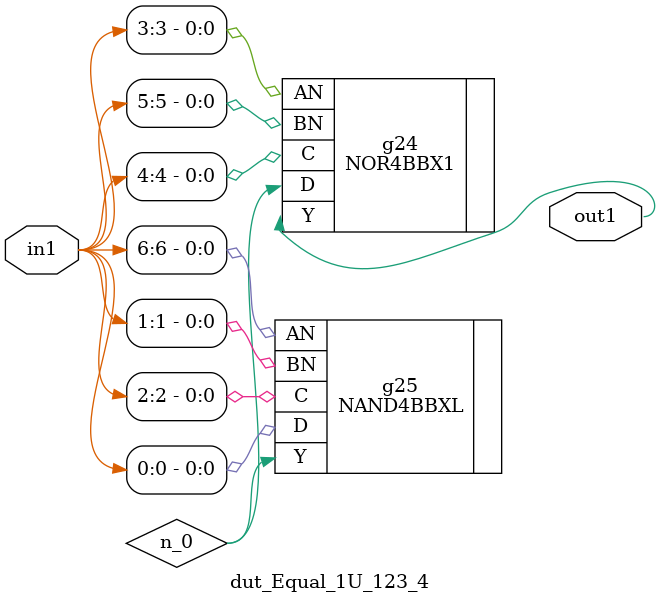
<source format=v>
`timescale 1ps / 1ps


module dut_Equal_1U_123_4(in1, out1);
  input [6:0] in1;
  output out1;
  wire [6:0] in1;
  wire out1;
  wire n_0;
  NOR4BBX1 g24(.AN (in1[3]), .BN (in1[5]), .C (in1[4]), .D (n_0), .Y
       (out1));
  NAND4BBXL g25(.AN (in1[6]), .BN (in1[1]), .C (in1[2]), .D (in1[0]),
       .Y (n_0));
endmodule



</source>
